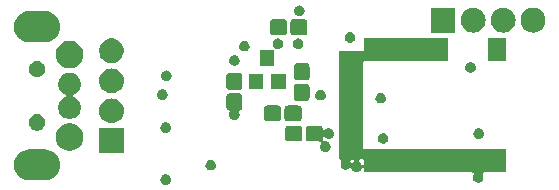
<source format=gts>
G04 #@! TF.GenerationSoftware,KiCad,Pcbnew,(5.0.1)-3*
G04 #@! TF.CreationDate,2018-12-01T20:49:26+09:00*
G04 #@! TF.ProjectId,comet46,636F6D657434362E6B696361645F7063,rev?*
G04 #@! TF.SameCoordinates,PX2faf080PY2faf080*
G04 #@! TF.FileFunction,Soldermask,Top*
G04 #@! TF.FilePolarity,Negative*
%FSLAX46Y46*%
G04 Gerber Fmt 4.6, Leading zero omitted, Abs format (unit mm)*
G04 Created by KiCad (PCBNEW (5.0.1)-3) date 2018/12/01 20:49:26*
%MOMM*%
%LPD*%
G01*
G04 APERTURE LIST*
%ADD10C,0.100000*%
G04 APERTURE END LIST*
D10*
G36*
X14131260Y-14667293D02*
X14213155Y-14701215D01*
X14286861Y-14750464D01*
X14349536Y-14813139D01*
X14398785Y-14886845D01*
X14432707Y-14968740D01*
X14450000Y-15055678D01*
X14450000Y-15144322D01*
X14432707Y-15231260D01*
X14398785Y-15313155D01*
X14349536Y-15386861D01*
X14286861Y-15449536D01*
X14213155Y-15498785D01*
X14131260Y-15532707D01*
X14044322Y-15550000D01*
X13955678Y-15550000D01*
X13868740Y-15532707D01*
X13786845Y-15498785D01*
X13713139Y-15449536D01*
X13650464Y-15386861D01*
X13601215Y-15313155D01*
X13567293Y-15231260D01*
X13550000Y-15144322D01*
X13550000Y-15055678D01*
X13567293Y-14968740D01*
X13601215Y-14886845D01*
X13650464Y-14813139D01*
X13713139Y-14750464D01*
X13786845Y-14701215D01*
X13868740Y-14667293D01*
X13955678Y-14650000D01*
X14044322Y-14650000D01*
X14131260Y-14667293D01*
X14131260Y-14667293D01*
G37*
G36*
X37900000Y-5100000D02*
X30825000Y-5100000D01*
X30800614Y-5102402D01*
X30777165Y-5109515D01*
X30755554Y-5121066D01*
X30736612Y-5136612D01*
X30721066Y-5155554D01*
X30709515Y-5177165D01*
X30702402Y-5200614D01*
X30700000Y-5225000D01*
X30700000Y-12375000D01*
X30702402Y-12399386D01*
X30709515Y-12422835D01*
X30721066Y-12444446D01*
X30736612Y-12463388D01*
X30755554Y-12478934D01*
X30777165Y-12490485D01*
X30800614Y-12497598D01*
X30825000Y-12500000D01*
X42800000Y-12500000D01*
X42800000Y-14500000D01*
X40957797Y-14500000D01*
X40933411Y-14502402D01*
X40909962Y-14509515D01*
X40888351Y-14521066D01*
X40869409Y-14536612D01*
X40853863Y-14555554D01*
X40842312Y-14577165D01*
X40835199Y-14600614D01*
X40832797Y-14625000D01*
X40835199Y-14649386D01*
X40842312Y-14672835D01*
X40845286Y-14678398D01*
X40882707Y-14768740D01*
X40900000Y-14855678D01*
X40900000Y-14944322D01*
X40882707Y-15031260D01*
X40848785Y-15113155D01*
X40799536Y-15186861D01*
X40736861Y-15249536D01*
X40663155Y-15298785D01*
X40581260Y-15332707D01*
X40494322Y-15350000D01*
X40405678Y-15350000D01*
X40318740Y-15332707D01*
X40236845Y-15298785D01*
X40163139Y-15249536D01*
X40100464Y-15186861D01*
X40051215Y-15113155D01*
X40017293Y-15031260D01*
X40000000Y-14944322D01*
X40000000Y-14855678D01*
X40017293Y-14768740D01*
X40054709Y-14678410D01*
X40057684Y-14672846D01*
X40064799Y-14649398D01*
X40067203Y-14625011D01*
X40064803Y-14600625D01*
X40057692Y-14577175D01*
X40046143Y-14555563D01*
X40030599Y-14536620D01*
X40011659Y-14521073D01*
X39990049Y-14509519D01*
X39966601Y-14502404D01*
X39942203Y-14500000D01*
X30800000Y-14500000D01*
X30800000Y-14235085D01*
X30797598Y-14210699D01*
X30790485Y-14187250D01*
X30778934Y-14165639D01*
X30763388Y-14146697D01*
X30744446Y-14131151D01*
X30722835Y-14119600D01*
X30699386Y-14112487D01*
X30675000Y-14110085D01*
X30650614Y-14112487D01*
X30627165Y-14119600D01*
X30605554Y-14131151D01*
X30586612Y-14146697D01*
X30571066Y-14165639D01*
X30559516Y-14187247D01*
X30548785Y-14213155D01*
X30508273Y-14273785D01*
X30499536Y-14286861D01*
X30436861Y-14349536D01*
X30363155Y-14398785D01*
X30281260Y-14432707D01*
X30194322Y-14450000D01*
X30105678Y-14450000D01*
X30018740Y-14432707D01*
X29936845Y-14398785D01*
X29863139Y-14349536D01*
X29800464Y-14286861D01*
X29751217Y-14213158D01*
X29751216Y-14213156D01*
X29751215Y-14213155D01*
X29741383Y-14189417D01*
X29729837Y-14167816D01*
X29714292Y-14148874D01*
X29695350Y-14133328D01*
X29673739Y-14121777D01*
X29650290Y-14114663D01*
X29625904Y-14112261D01*
X29601517Y-14114663D01*
X29578068Y-14121775D01*
X29556457Y-14133326D01*
X29537514Y-14148873D01*
X29536861Y-14149526D01*
X29463155Y-14198775D01*
X29381260Y-14232697D01*
X29294322Y-14249990D01*
X29205678Y-14249990D01*
X29118740Y-14232697D01*
X29036845Y-14198775D01*
X28963139Y-14149526D01*
X28900464Y-14086851D01*
X28851215Y-14013145D01*
X28817293Y-13931250D01*
X28800000Y-13844312D01*
X28800000Y-13755668D01*
X28817293Y-13668730D01*
X28854717Y-13578380D01*
X28857681Y-13572836D01*
X28864794Y-13549387D01*
X28867196Y-13525001D01*
X28867196Y-13525000D01*
X29632804Y-13525000D01*
X29635206Y-13549386D01*
X29642319Y-13572835D01*
X29645278Y-13578371D01*
X29648782Y-13586830D01*
X29648785Y-13586835D01*
X29658617Y-13610573D01*
X29670163Y-13632174D01*
X29685708Y-13651116D01*
X29704650Y-13666662D01*
X29726261Y-13678213D01*
X29749710Y-13685327D01*
X29774096Y-13687729D01*
X29798483Y-13685327D01*
X29821932Y-13678215D01*
X29843543Y-13666664D01*
X29862486Y-13651117D01*
X29863139Y-13650464D01*
X29895361Y-13628934D01*
X29914303Y-13613389D01*
X29929848Y-13594447D01*
X29941400Y-13572836D01*
X29948513Y-13549387D01*
X29950915Y-13525000D01*
X30349085Y-13525000D01*
X30351487Y-13549386D01*
X30358600Y-13572835D01*
X30370151Y-13594446D01*
X30385697Y-13613388D01*
X30404639Y-13628934D01*
X30436861Y-13650464D01*
X30499536Y-13713139D01*
X30499538Y-13713142D01*
X30548785Y-13786845D01*
X30549802Y-13789301D01*
X30559515Y-13812751D01*
X30571066Y-13834362D01*
X30586612Y-13853304D01*
X30605554Y-13868849D01*
X30627165Y-13880400D01*
X30650614Y-13887513D01*
X30675000Y-13889915D01*
X30699387Y-13887513D01*
X30722836Y-13880400D01*
X30744447Y-13868849D01*
X30763389Y-13853303D01*
X30778934Y-13834361D01*
X30790485Y-13812750D01*
X30797598Y-13789301D01*
X30800000Y-13764915D01*
X30800000Y-13525000D01*
X30797598Y-13500614D01*
X30790485Y-13477165D01*
X30778934Y-13455554D01*
X30763388Y-13436612D01*
X30744446Y-13421066D01*
X30722835Y-13409515D01*
X30699386Y-13402402D01*
X30675000Y-13400000D01*
X30474085Y-13400000D01*
X30449699Y-13402402D01*
X30426250Y-13409515D01*
X30404639Y-13421066D01*
X30385697Y-13436612D01*
X30370151Y-13455554D01*
X30358600Y-13477165D01*
X30351487Y-13500614D01*
X30349085Y-13525000D01*
X29950915Y-13525000D01*
X29948513Y-13500614D01*
X29941400Y-13477165D01*
X29929849Y-13455554D01*
X29914304Y-13436612D01*
X29895362Y-13421067D01*
X29873751Y-13409515D01*
X29850302Y-13402402D01*
X29825915Y-13400000D01*
X29757804Y-13400000D01*
X29733418Y-13402402D01*
X29709969Y-13409515D01*
X29688358Y-13421066D01*
X29669416Y-13436612D01*
X29653870Y-13455554D01*
X29642319Y-13477165D01*
X29635206Y-13500614D01*
X29632804Y-13525000D01*
X28867196Y-13525000D01*
X28864794Y-13500615D01*
X28857681Y-13477166D01*
X28846130Y-13455555D01*
X28830585Y-13436612D01*
X28811643Y-13421067D01*
X28790032Y-13409515D01*
X28766583Y-13402402D01*
X28742196Y-13400000D01*
X28700000Y-13400000D01*
X28700000Y-4200000D01*
X30675000Y-4200000D01*
X30699386Y-4197598D01*
X30722835Y-4190485D01*
X30744446Y-4178934D01*
X30763388Y-4163388D01*
X30778934Y-4144446D01*
X30790485Y-4122835D01*
X30797598Y-4099386D01*
X30800000Y-4075000D01*
X30800000Y-3100000D01*
X37900000Y-3100000D01*
X37900000Y-5100000D01*
X37900000Y-5100000D01*
G37*
G36*
X4004845Y-12568810D02*
X4249896Y-12643145D01*
X4475736Y-12763860D01*
X4673687Y-12926313D01*
X4836140Y-13124264D01*
X4956855Y-13350104D01*
X5031190Y-13595155D01*
X5056290Y-13850000D01*
X5031190Y-14104845D01*
X4956855Y-14349896D01*
X4836140Y-14575736D01*
X4673687Y-14773687D01*
X4475736Y-14936140D01*
X4249896Y-15056855D01*
X4004845Y-15131190D01*
X3813864Y-15150000D01*
X2386136Y-15150000D01*
X2195155Y-15131190D01*
X1950104Y-15056855D01*
X1724264Y-14936140D01*
X1526313Y-14773687D01*
X1363860Y-14575736D01*
X1243145Y-14349896D01*
X1168810Y-14104845D01*
X1143710Y-13850000D01*
X1168810Y-13595155D01*
X1243145Y-13350104D01*
X1363860Y-13124264D01*
X1526313Y-12926313D01*
X1724264Y-12763860D01*
X1950104Y-12643145D01*
X2195155Y-12568810D01*
X2386136Y-12550000D01*
X3813864Y-12550000D01*
X4004845Y-12568810D01*
X4004845Y-12568810D01*
G37*
G36*
X17931260Y-13442293D02*
X18013155Y-13476215D01*
X18086861Y-13525464D01*
X18149536Y-13588139D01*
X18198785Y-13661845D01*
X18232707Y-13743740D01*
X18250000Y-13830678D01*
X18250000Y-13919322D01*
X18232707Y-14006260D01*
X18198785Y-14088155D01*
X18149536Y-14161861D01*
X18086861Y-14224536D01*
X18013155Y-14273785D01*
X17931260Y-14307707D01*
X17844322Y-14325000D01*
X17755678Y-14325000D01*
X17668740Y-14307707D01*
X17586845Y-14273785D01*
X17513139Y-14224536D01*
X17450464Y-14161861D01*
X17401215Y-14088155D01*
X17367293Y-14006260D01*
X17350000Y-13919322D01*
X17350000Y-13830678D01*
X17367293Y-13743740D01*
X17401215Y-13661845D01*
X17450464Y-13588139D01*
X17513139Y-13525464D01*
X17586845Y-13476215D01*
X17668740Y-13442293D01*
X17755678Y-13425000D01*
X17844322Y-13425000D01*
X17931260Y-13442293D01*
X17931260Y-13442293D01*
G37*
G36*
X10450000Y-12870000D02*
X8350000Y-12870000D01*
X8350000Y-10770000D01*
X10450000Y-10770000D01*
X10450000Y-12870000D01*
X10450000Y-12870000D01*
G37*
G36*
X27078530Y-10530877D02*
X27130010Y-10546493D01*
X27177442Y-10571846D01*
X27219027Y-10605973D01*
X27253154Y-10647558D01*
X27278507Y-10694990D01*
X27294123Y-10746470D01*
X27297179Y-10777501D01*
X27301959Y-10801535D01*
X27311336Y-10824174D01*
X27324950Y-10844548D01*
X27342277Y-10861876D01*
X27362652Y-10875490D01*
X27385291Y-10884867D01*
X27409324Y-10889648D01*
X27433828Y-10889648D01*
X27457862Y-10884868D01*
X27480501Y-10875491D01*
X27500875Y-10861877D01*
X27509965Y-10853638D01*
X27513139Y-10850464D01*
X27586845Y-10801215D01*
X27668740Y-10767293D01*
X27755678Y-10750000D01*
X27844322Y-10750000D01*
X27931260Y-10767293D01*
X28013155Y-10801215D01*
X28086861Y-10850464D01*
X28149536Y-10913139D01*
X28198785Y-10986845D01*
X28232707Y-11068740D01*
X28250000Y-11155678D01*
X28250000Y-11244322D01*
X28232707Y-11331260D01*
X28198785Y-11413155D01*
X28149536Y-11486861D01*
X28086861Y-11549536D01*
X28013155Y-11598785D01*
X27931260Y-11632707D01*
X27844322Y-11650000D01*
X27755678Y-11650000D01*
X27751823Y-11649233D01*
X27727437Y-11646830D01*
X27703051Y-11649231D01*
X27679601Y-11656344D01*
X27676088Y-11658221D01*
X27660958Y-11639784D01*
X27642017Y-11624239D01*
X27620404Y-11612686D01*
X27586847Y-11598786D01*
X27586846Y-11598786D01*
X27586845Y-11598785D01*
X27513142Y-11549538D01*
X27513139Y-11549536D01*
X27509965Y-11546362D01*
X27491023Y-11530816D01*
X27469412Y-11519265D01*
X27445963Y-11512152D01*
X27421577Y-11509750D01*
X27397191Y-11512152D01*
X27373742Y-11519265D01*
X27352131Y-11530816D01*
X27333189Y-11546362D01*
X27317643Y-11565304D01*
X27306092Y-11586915D01*
X27298979Y-11610364D01*
X27297179Y-11622499D01*
X27294123Y-11653530D01*
X27280862Y-11697246D01*
X27276082Y-11721279D01*
X27276082Y-11745784D01*
X27280863Y-11769817D01*
X27290240Y-11792456D01*
X27303854Y-11812831D01*
X27321181Y-11830158D01*
X27341556Y-11843771D01*
X27364195Y-11853149D01*
X27388228Y-11857929D01*
X27412733Y-11857929D01*
X27424867Y-11856129D01*
X27455679Y-11850000D01*
X27544322Y-11850000D01*
X27548177Y-11850767D01*
X27572563Y-11853170D01*
X27596949Y-11850769D01*
X27620399Y-11843656D01*
X27623912Y-11841779D01*
X27639042Y-11860216D01*
X27657983Y-11875761D01*
X27679596Y-11887314D01*
X27710222Y-11900000D01*
X27713155Y-11901215D01*
X27757062Y-11930553D01*
X27786861Y-11950464D01*
X27849536Y-12013139D01*
X27898785Y-12086845D01*
X27932707Y-12168740D01*
X27950000Y-12255678D01*
X27950000Y-12344322D01*
X27932707Y-12431260D01*
X27898785Y-12513155D01*
X27849536Y-12586861D01*
X27786861Y-12649536D01*
X27713155Y-12698785D01*
X27631260Y-12732707D01*
X27544322Y-12750000D01*
X27455678Y-12750000D01*
X27368740Y-12732707D01*
X27286845Y-12698785D01*
X27213139Y-12649536D01*
X27150464Y-12586861D01*
X27101215Y-12513155D01*
X27067293Y-12431260D01*
X27050000Y-12344322D01*
X27050000Y-12255678D01*
X27067293Y-12168740D01*
X27101215Y-12086845D01*
X27112841Y-12069446D01*
X27124392Y-12047835D01*
X27131505Y-12024386D01*
X27133907Y-12000000D01*
X27131505Y-11975613D01*
X27124392Y-11952164D01*
X27112840Y-11930553D01*
X27097295Y-11911611D01*
X27078353Y-11896066D01*
X27056742Y-11884515D01*
X27033293Y-11877402D01*
X27008907Y-11875000D01*
X26131140Y-11875000D01*
X26071470Y-11869123D01*
X26019990Y-11853507D01*
X25972558Y-11828154D01*
X25930973Y-11794027D01*
X25896846Y-11752442D01*
X25871493Y-11705010D01*
X25855877Y-11653530D01*
X25850000Y-11593860D01*
X25850000Y-10806140D01*
X25855877Y-10746470D01*
X25871493Y-10694990D01*
X25896846Y-10647558D01*
X25930973Y-10605973D01*
X25972558Y-10571846D01*
X26019990Y-10546493D01*
X26071470Y-10530877D01*
X26131140Y-10525000D01*
X27018860Y-10525000D01*
X27078530Y-10530877D01*
X27078530Y-10530877D01*
G37*
G36*
X6114793Y-10364847D02*
X6189818Y-10379770D01*
X6369464Y-10454182D01*
X6401834Y-10467590D01*
X6592647Y-10595087D01*
X6754913Y-10757353D01*
X6754915Y-10757356D01*
X6882410Y-10948166D01*
X6970230Y-11160182D01*
X6978150Y-11200000D01*
X7015000Y-11385256D01*
X7015000Y-11614744D01*
X7007987Y-11650000D01*
X6970230Y-11839818D01*
X6940492Y-11911611D01*
X6882410Y-12051834D01*
X6754913Y-12242647D01*
X6592647Y-12404913D01*
X6592644Y-12404915D01*
X6401834Y-12532410D01*
X6189818Y-12620230D01*
X6114793Y-12635153D01*
X5964744Y-12665000D01*
X5735256Y-12665000D01*
X5585207Y-12635153D01*
X5510182Y-12620230D01*
X5298166Y-12532410D01*
X5107356Y-12404915D01*
X5107353Y-12404913D01*
X4945087Y-12242647D01*
X4817590Y-12051834D01*
X4759508Y-11911611D01*
X4729770Y-11839818D01*
X4692013Y-11650000D01*
X4685000Y-11614744D01*
X4685000Y-11385256D01*
X4721850Y-11200000D01*
X4729770Y-11160182D01*
X4817590Y-10948166D01*
X4945085Y-10757356D01*
X4945087Y-10757353D01*
X5107353Y-10595087D01*
X5298166Y-10467590D01*
X5330536Y-10454182D01*
X5510182Y-10379770D01*
X5585207Y-10364847D01*
X5735256Y-10335000D01*
X5964744Y-10335000D01*
X6114793Y-10364847D01*
X6114793Y-10364847D01*
G37*
G36*
X32531260Y-11167293D02*
X32613155Y-11201215D01*
X32686861Y-11250464D01*
X32749536Y-11313139D01*
X32798785Y-11386845D01*
X32832707Y-11468740D01*
X32850000Y-11555678D01*
X32850000Y-11644322D01*
X32832707Y-11731260D01*
X32798785Y-11813155D01*
X32749536Y-11886861D01*
X32686861Y-11949536D01*
X32613155Y-11998785D01*
X32531260Y-12032707D01*
X32444322Y-12050000D01*
X32355678Y-12050000D01*
X32268740Y-12032707D01*
X32186845Y-11998785D01*
X32113139Y-11949536D01*
X32050464Y-11886861D01*
X32001215Y-11813155D01*
X31967293Y-11731260D01*
X31950000Y-11644322D01*
X31950000Y-11555678D01*
X31967293Y-11468740D01*
X32001215Y-11386845D01*
X32050464Y-11313139D01*
X32113139Y-11250464D01*
X32186845Y-11201215D01*
X32268740Y-11167293D01*
X32355678Y-11150000D01*
X32444322Y-11150000D01*
X32531260Y-11167293D01*
X32531260Y-11167293D01*
G37*
G36*
X25328530Y-10530877D02*
X25380010Y-10546493D01*
X25427442Y-10571846D01*
X25469027Y-10605973D01*
X25503154Y-10647558D01*
X25528507Y-10694990D01*
X25544123Y-10746470D01*
X25550000Y-10806140D01*
X25550000Y-11593860D01*
X25544123Y-11653530D01*
X25528507Y-11705010D01*
X25503154Y-11752442D01*
X25469027Y-11794027D01*
X25427442Y-11828154D01*
X25380010Y-11853507D01*
X25328530Y-11869123D01*
X25268860Y-11875000D01*
X24381140Y-11875000D01*
X24321470Y-11869123D01*
X24269990Y-11853507D01*
X24222558Y-11828154D01*
X24180973Y-11794027D01*
X24146846Y-11752442D01*
X24121493Y-11705010D01*
X24105877Y-11653530D01*
X24100000Y-11593860D01*
X24100000Y-10806140D01*
X24105877Y-10746470D01*
X24121493Y-10694990D01*
X24146846Y-10647558D01*
X24180973Y-10605973D01*
X24222558Y-10571846D01*
X24269990Y-10546493D01*
X24321470Y-10530877D01*
X24381140Y-10525000D01*
X25268860Y-10525000D01*
X25328530Y-10530877D01*
X25328530Y-10530877D01*
G37*
G36*
X40631260Y-10767293D02*
X40713155Y-10801215D01*
X40786861Y-10850464D01*
X40849536Y-10913139D01*
X40898785Y-10986845D01*
X40932707Y-11068740D01*
X40950000Y-11155678D01*
X40950000Y-11244322D01*
X40932707Y-11331260D01*
X40898785Y-11413155D01*
X40849536Y-11486861D01*
X40786861Y-11549536D01*
X40713155Y-11598785D01*
X40631260Y-11632707D01*
X40544322Y-11650000D01*
X40455678Y-11650000D01*
X40368740Y-11632707D01*
X40286845Y-11598785D01*
X40213139Y-11549536D01*
X40150464Y-11486861D01*
X40101215Y-11413155D01*
X40067293Y-11331260D01*
X40050000Y-11244322D01*
X40050000Y-11155678D01*
X40067293Y-11068740D01*
X40101215Y-10986845D01*
X40150464Y-10913139D01*
X40213139Y-10850464D01*
X40286845Y-10801215D01*
X40368740Y-10767293D01*
X40455678Y-10750000D01*
X40544322Y-10750000D01*
X40631260Y-10767293D01*
X40631260Y-10767293D01*
G37*
G36*
X14131260Y-10267293D02*
X14213155Y-10301215D01*
X14286861Y-10350464D01*
X14349536Y-10413139D01*
X14398785Y-10486845D01*
X14432707Y-10568740D01*
X14450000Y-10655678D01*
X14450000Y-10744322D01*
X14432707Y-10831260D01*
X14398785Y-10913155D01*
X14349536Y-10986861D01*
X14286861Y-11049536D01*
X14213155Y-11098785D01*
X14131260Y-11132707D01*
X14044322Y-11150000D01*
X13955678Y-11150000D01*
X13868740Y-11132707D01*
X13786845Y-11098785D01*
X13713139Y-11049536D01*
X13650464Y-10986861D01*
X13601215Y-10913155D01*
X13567293Y-10831260D01*
X13550000Y-10744322D01*
X13550000Y-10655678D01*
X13567293Y-10568740D01*
X13601215Y-10486845D01*
X13650464Y-10413139D01*
X13713139Y-10350464D01*
X13786845Y-10301215D01*
X13868740Y-10267293D01*
X13955678Y-10250000D01*
X14044322Y-10250000D01*
X14131260Y-10267293D01*
X14131260Y-10267293D01*
G37*
G36*
X3304183Y-9576900D02*
X3431574Y-9629668D01*
X3546224Y-9706274D01*
X3643726Y-9803776D01*
X3685417Y-9866172D01*
X3720332Y-9918426D01*
X3773100Y-10045817D01*
X3800000Y-10181055D01*
X3800000Y-10318945D01*
X3773100Y-10454183D01*
X3720332Y-10581574D01*
X3643726Y-10696224D01*
X3546224Y-10793726D01*
X3431574Y-10870332D01*
X3304183Y-10923100D01*
X3168945Y-10950000D01*
X3031055Y-10950000D01*
X2895817Y-10923100D01*
X2768426Y-10870332D01*
X2653776Y-10793726D01*
X2556274Y-10696224D01*
X2479668Y-10581574D01*
X2426900Y-10454183D01*
X2400000Y-10318945D01*
X2400000Y-10181055D01*
X2426900Y-10045817D01*
X2479668Y-9918426D01*
X2514583Y-9866172D01*
X2556274Y-9803776D01*
X2653776Y-9706274D01*
X2768426Y-9629668D01*
X2895817Y-9576900D01*
X3031055Y-9550000D01*
X3168945Y-9550000D01*
X3304183Y-9576900D01*
X3304183Y-9576900D01*
G37*
G36*
X9521209Y-8236858D02*
X9605836Y-8245193D01*
X9737787Y-8285220D01*
X9803763Y-8305233D01*
X9986172Y-8402733D01*
X10146054Y-8533946D01*
X10277267Y-8693828D01*
X10374767Y-8876237D01*
X10383787Y-8905973D01*
X10434807Y-9074164D01*
X10455080Y-9280000D01*
X10434807Y-9485836D01*
X10413620Y-9555679D01*
X10374767Y-9683763D01*
X10277267Y-9866172D01*
X10146054Y-10026054D01*
X9986172Y-10157267D01*
X9803763Y-10254767D01*
X9762466Y-10267294D01*
X9605836Y-10314807D01*
X9528707Y-10322404D01*
X9451580Y-10330000D01*
X9348420Y-10330000D01*
X9271293Y-10322404D01*
X9194164Y-10314807D01*
X9037534Y-10267294D01*
X8996237Y-10254767D01*
X8813828Y-10157267D01*
X8653946Y-10026054D01*
X8522733Y-9866172D01*
X8425233Y-9683763D01*
X8386380Y-9555679D01*
X8365193Y-9485836D01*
X8344920Y-9280000D01*
X8365193Y-9074164D01*
X8416213Y-8905973D01*
X8425233Y-8876237D01*
X8522733Y-8693828D01*
X8653946Y-8533946D01*
X8813828Y-8402733D01*
X8996237Y-8305233D01*
X9062213Y-8285220D01*
X9194164Y-8245193D01*
X9278791Y-8236858D01*
X9348420Y-8230000D01*
X9451580Y-8230000D01*
X9521209Y-8236858D01*
X9521209Y-8236858D01*
G37*
G36*
X25278530Y-8830877D02*
X25330010Y-8846493D01*
X25377442Y-8871846D01*
X25419027Y-8905973D01*
X25453154Y-8947558D01*
X25478507Y-8994990D01*
X25494123Y-9046470D01*
X25500000Y-9106140D01*
X25500000Y-9893860D01*
X25494123Y-9953530D01*
X25478507Y-10005010D01*
X25453154Y-10052442D01*
X25419027Y-10094027D01*
X25377442Y-10128154D01*
X25330010Y-10153507D01*
X25278530Y-10169123D01*
X25218860Y-10175000D01*
X24331140Y-10175000D01*
X24271470Y-10169123D01*
X24219990Y-10153507D01*
X24172558Y-10128154D01*
X24130973Y-10094027D01*
X24096846Y-10052442D01*
X24071493Y-10005010D01*
X24055877Y-9953530D01*
X24050000Y-9893860D01*
X24050000Y-9106140D01*
X24055877Y-9046470D01*
X24071493Y-8994990D01*
X24096846Y-8947558D01*
X24130973Y-8905973D01*
X24172558Y-8871846D01*
X24219990Y-8846493D01*
X24271470Y-8830877D01*
X24331140Y-8825000D01*
X25218860Y-8825000D01*
X25278530Y-8830877D01*
X25278530Y-8830877D01*
G37*
G36*
X23528530Y-8830877D02*
X23580010Y-8846493D01*
X23627442Y-8871846D01*
X23669027Y-8905973D01*
X23703154Y-8947558D01*
X23728507Y-8994990D01*
X23744123Y-9046470D01*
X23750000Y-9106140D01*
X23750000Y-9893860D01*
X23744123Y-9953530D01*
X23728507Y-10005010D01*
X23703154Y-10052442D01*
X23669027Y-10094027D01*
X23627442Y-10128154D01*
X23580010Y-10153507D01*
X23528530Y-10169123D01*
X23468860Y-10175000D01*
X22581140Y-10175000D01*
X22521470Y-10169123D01*
X22469990Y-10153507D01*
X22422558Y-10128154D01*
X22380973Y-10094027D01*
X22346846Y-10052442D01*
X22321493Y-10005010D01*
X22305877Y-9953530D01*
X22300000Y-9893860D01*
X22300000Y-9106140D01*
X22305877Y-9046470D01*
X22321493Y-8994990D01*
X22346846Y-8947558D01*
X22380973Y-8905973D01*
X22422558Y-8871846D01*
X22469990Y-8846493D01*
X22521470Y-8830877D01*
X22581140Y-8825000D01*
X23468860Y-8825000D01*
X23528530Y-8830877D01*
X23528530Y-8830877D01*
G37*
G36*
X20253530Y-7805877D02*
X20305010Y-7821493D01*
X20352442Y-7846846D01*
X20394027Y-7880973D01*
X20428154Y-7922558D01*
X20453507Y-7969990D01*
X20469123Y-8021470D01*
X20475000Y-8081140D01*
X20475000Y-8968860D01*
X20469123Y-9028530D01*
X20453507Y-9080010D01*
X20428154Y-9127442D01*
X20394027Y-9169027D01*
X20352442Y-9203154D01*
X20305009Y-9228507D01*
X20284356Y-9234772D01*
X20261717Y-9244149D01*
X20241342Y-9257763D01*
X20224015Y-9275090D01*
X20210401Y-9295464D01*
X20201023Y-9318103D01*
X20196242Y-9342136D01*
X20196242Y-9366641D01*
X20201022Y-9390674D01*
X20205150Y-9402211D01*
X20227884Y-9457099D01*
X20232707Y-9468742D01*
X20250000Y-9555678D01*
X20250000Y-9644322D01*
X20232707Y-9731260D01*
X20198785Y-9813155D01*
X20149536Y-9886861D01*
X20086861Y-9949536D01*
X20013155Y-9998785D01*
X19931260Y-10032707D01*
X19844322Y-10050000D01*
X19755678Y-10050000D01*
X19668740Y-10032707D01*
X19586845Y-9998785D01*
X19513139Y-9949536D01*
X19450464Y-9886861D01*
X19401215Y-9813155D01*
X19367293Y-9731260D01*
X19350000Y-9644322D01*
X19350000Y-9555678D01*
X19367293Y-9468742D01*
X19372116Y-9457099D01*
X19394847Y-9402219D01*
X19401958Y-9378777D01*
X19404360Y-9354390D01*
X19401958Y-9330004D01*
X19394845Y-9306555D01*
X19383294Y-9284944D01*
X19367749Y-9266002D01*
X19348807Y-9250457D01*
X19327196Y-9238905D01*
X19315644Y-9234772D01*
X19294991Y-9228507D01*
X19247558Y-9203154D01*
X19205973Y-9169027D01*
X19171846Y-9127442D01*
X19146493Y-9080010D01*
X19130877Y-9028530D01*
X19125000Y-8968860D01*
X19125000Y-8081140D01*
X19130877Y-8021470D01*
X19146493Y-7969990D01*
X19171846Y-7922558D01*
X19205973Y-7880973D01*
X19247558Y-7846846D01*
X19294990Y-7821493D01*
X19346470Y-7805877D01*
X19406140Y-7800000D01*
X20193860Y-7800000D01*
X20253530Y-7805877D01*
X20253530Y-7805877D01*
G37*
G36*
X6131477Y-6072084D02*
X6131479Y-6072085D01*
X6131480Y-6072085D01*
X6307099Y-6144828D01*
X6465152Y-6250436D01*
X6599564Y-6384848D01*
X6705172Y-6542901D01*
X6770244Y-6700000D01*
X6777916Y-6718523D01*
X6815000Y-6904954D01*
X6815000Y-7095046D01*
X6804070Y-7149995D01*
X6777915Y-7281480D01*
X6705172Y-7457099D01*
X6599564Y-7615152D01*
X6465152Y-7749564D01*
X6307099Y-7855172D01*
X6244809Y-7880973D01*
X6236258Y-7884515D01*
X6214647Y-7896066D01*
X6195705Y-7911612D01*
X6180159Y-7930554D01*
X6168608Y-7952165D01*
X6161495Y-7975614D01*
X6159093Y-8000000D01*
X6161495Y-8024386D01*
X6168608Y-8047835D01*
X6180159Y-8069446D01*
X6195705Y-8088388D01*
X6214647Y-8103934D01*
X6236258Y-8115485D01*
X6307099Y-8144828D01*
X6465152Y-8250436D01*
X6599564Y-8384848D01*
X6705172Y-8542901D01*
X6777915Y-8718520D01*
X6777916Y-8718523D01*
X6815000Y-8904954D01*
X6815000Y-9095046D01*
X6778210Y-9280000D01*
X6777915Y-9281480D01*
X6705172Y-9457099D01*
X6599564Y-9615152D01*
X6465152Y-9749564D01*
X6307099Y-9855172D01*
X6131480Y-9927915D01*
X6131479Y-9927915D01*
X6131477Y-9927916D01*
X5945046Y-9965000D01*
X5754954Y-9965000D01*
X5568523Y-9927916D01*
X5568521Y-9927915D01*
X5568520Y-9927915D01*
X5392901Y-9855172D01*
X5234848Y-9749564D01*
X5100436Y-9615152D01*
X4994828Y-9457099D01*
X4922085Y-9281480D01*
X4921791Y-9280000D01*
X4885000Y-9095046D01*
X4885000Y-8904954D01*
X4922084Y-8718523D01*
X4922085Y-8718520D01*
X4994828Y-8542901D01*
X5100436Y-8384848D01*
X5234848Y-8250436D01*
X5392901Y-8144828D01*
X5463742Y-8115485D01*
X5485353Y-8103934D01*
X5504295Y-8088388D01*
X5519841Y-8069446D01*
X5531392Y-8047835D01*
X5538505Y-8024386D01*
X5540907Y-8000000D01*
X5538505Y-7975614D01*
X5531392Y-7952165D01*
X5519841Y-7930554D01*
X5504295Y-7911612D01*
X5485353Y-7896066D01*
X5463742Y-7884515D01*
X5455191Y-7880973D01*
X5392901Y-7855172D01*
X5234848Y-7749564D01*
X5100436Y-7615152D01*
X4994828Y-7457099D01*
X4922085Y-7281480D01*
X4895931Y-7149995D01*
X4885000Y-7095046D01*
X4885000Y-6904954D01*
X4922084Y-6718523D01*
X4929756Y-6700000D01*
X4994828Y-6542901D01*
X5100436Y-6384848D01*
X5234848Y-6250436D01*
X5392901Y-6144828D01*
X5568520Y-6072085D01*
X5568521Y-6072085D01*
X5568523Y-6072084D01*
X5754954Y-6035000D01*
X5945046Y-6035000D01*
X6131477Y-6072084D01*
X6131477Y-6072084D01*
G37*
G36*
X32331260Y-7767293D02*
X32413155Y-7801215D01*
X32486861Y-7850464D01*
X32549536Y-7913139D01*
X32598785Y-7986845D01*
X32632707Y-8068740D01*
X32650000Y-8155678D01*
X32650000Y-8244322D01*
X32632707Y-8331260D01*
X32598785Y-8413155D01*
X32549536Y-8486861D01*
X32486861Y-8549536D01*
X32413155Y-8598785D01*
X32331260Y-8632707D01*
X32244322Y-8650000D01*
X32155678Y-8650000D01*
X32068740Y-8632707D01*
X31986845Y-8598785D01*
X31913139Y-8549536D01*
X31850464Y-8486861D01*
X31801215Y-8413155D01*
X31767293Y-8331260D01*
X31750000Y-8244322D01*
X31750000Y-8155678D01*
X31767293Y-8068740D01*
X31801215Y-7986845D01*
X31850464Y-7913139D01*
X31913139Y-7850464D01*
X31986845Y-7801215D01*
X32068740Y-7767293D01*
X32155678Y-7750000D01*
X32244322Y-7750000D01*
X32331260Y-7767293D01*
X32331260Y-7767293D01*
G37*
G36*
X25953530Y-7005877D02*
X26005010Y-7021493D01*
X26052442Y-7046846D01*
X26094027Y-7080973D01*
X26128154Y-7122558D01*
X26153507Y-7169990D01*
X26169123Y-7221470D01*
X26175000Y-7281140D01*
X26175000Y-8168860D01*
X26169123Y-8228530D01*
X26153507Y-8280010D01*
X26128154Y-8327442D01*
X26094027Y-8369027D01*
X26052442Y-8403154D01*
X26005010Y-8428507D01*
X25953530Y-8444123D01*
X25893860Y-8450000D01*
X25106140Y-8450000D01*
X25046470Y-8444123D01*
X24994990Y-8428507D01*
X24947558Y-8403154D01*
X24905973Y-8369027D01*
X24871846Y-8327442D01*
X24846493Y-8280010D01*
X24830877Y-8228530D01*
X24825000Y-8168860D01*
X24825000Y-7281140D01*
X24830877Y-7221470D01*
X24846493Y-7169990D01*
X24871846Y-7122558D01*
X24905973Y-7080973D01*
X24947558Y-7046846D01*
X24994990Y-7021493D01*
X25046470Y-7005877D01*
X25106140Y-7000000D01*
X25893860Y-7000000D01*
X25953530Y-7005877D01*
X25953530Y-7005877D01*
G37*
G36*
X27231260Y-7517293D02*
X27313155Y-7551215D01*
X27386861Y-7600464D01*
X27449536Y-7663139D01*
X27498785Y-7736845D01*
X27532707Y-7818740D01*
X27550000Y-7905678D01*
X27550000Y-7994322D01*
X27532707Y-8081260D01*
X27498785Y-8163155D01*
X27449536Y-8236861D01*
X27386861Y-8299536D01*
X27313155Y-8348785D01*
X27231260Y-8382707D01*
X27144322Y-8400000D01*
X27055678Y-8400000D01*
X26968740Y-8382707D01*
X26886845Y-8348785D01*
X26813139Y-8299536D01*
X26750464Y-8236861D01*
X26701215Y-8163155D01*
X26667293Y-8081260D01*
X26650000Y-7994322D01*
X26650000Y-7905678D01*
X26667293Y-7818740D01*
X26701215Y-7736845D01*
X26750464Y-7663139D01*
X26813139Y-7600464D01*
X26886845Y-7551215D01*
X26968740Y-7517293D01*
X27055678Y-7500000D01*
X27144322Y-7500000D01*
X27231260Y-7517293D01*
X27231260Y-7517293D01*
G37*
G36*
X13831260Y-7467293D02*
X13913155Y-7501215D01*
X13986861Y-7550464D01*
X14049536Y-7613139D01*
X14098785Y-7686845D01*
X14132707Y-7768740D01*
X14150000Y-7855678D01*
X14150000Y-7944322D01*
X14132707Y-8031260D01*
X14098785Y-8113155D01*
X14049536Y-8186861D01*
X13986861Y-8249536D01*
X13913155Y-8298785D01*
X13831260Y-8332707D01*
X13744322Y-8350000D01*
X13655678Y-8350000D01*
X13568740Y-8332707D01*
X13486845Y-8298785D01*
X13413139Y-8249536D01*
X13350464Y-8186861D01*
X13301215Y-8113155D01*
X13267293Y-8031260D01*
X13250000Y-7944322D01*
X13250000Y-7855678D01*
X13267293Y-7768740D01*
X13301215Y-7686845D01*
X13350464Y-7613139D01*
X13413139Y-7550464D01*
X13486845Y-7501215D01*
X13568740Y-7467293D01*
X13655678Y-7450000D01*
X13744322Y-7450000D01*
X13831260Y-7467293D01*
X13831260Y-7467293D01*
G37*
G36*
X9528707Y-5697596D02*
X9605836Y-5705193D01*
X9737787Y-5745220D01*
X9803763Y-5765233D01*
X9986172Y-5862733D01*
X10146054Y-5993946D01*
X10277267Y-6153828D01*
X10374767Y-6336237D01*
X10385109Y-6370332D01*
X10434807Y-6534164D01*
X10455080Y-6740000D01*
X10434807Y-6945836D01*
X10394780Y-7077787D01*
X10374767Y-7143763D01*
X10277267Y-7326172D01*
X10146054Y-7486054D01*
X9986172Y-7617267D01*
X9803763Y-7714767D01*
X9737787Y-7734780D01*
X9605836Y-7774807D01*
X9528707Y-7782404D01*
X9451580Y-7790000D01*
X9348420Y-7790000D01*
X9271293Y-7782404D01*
X9194164Y-7774807D01*
X9062213Y-7734780D01*
X8996237Y-7714767D01*
X8813828Y-7617267D01*
X8653946Y-7486054D01*
X8522733Y-7326172D01*
X8425233Y-7143763D01*
X8405220Y-7077787D01*
X8365193Y-6945836D01*
X8344920Y-6740000D01*
X8365193Y-6534164D01*
X8414891Y-6370332D01*
X8425233Y-6336237D01*
X8522733Y-6153828D01*
X8653946Y-5993946D01*
X8813828Y-5862733D01*
X8996237Y-5765233D01*
X9062213Y-5745220D01*
X9194164Y-5705193D01*
X9271293Y-5697596D01*
X9348420Y-5690000D01*
X9451580Y-5690000D01*
X9528707Y-5697596D01*
X9528707Y-5697596D01*
G37*
G36*
X20253530Y-6055877D02*
X20305010Y-6071493D01*
X20352442Y-6096846D01*
X20394027Y-6130973D01*
X20428154Y-6172558D01*
X20453507Y-6219990D01*
X20469123Y-6271470D01*
X20475000Y-6331140D01*
X20475000Y-7218860D01*
X20469123Y-7278530D01*
X20453507Y-7330010D01*
X20428154Y-7377442D01*
X20394027Y-7419027D01*
X20352442Y-7453154D01*
X20305010Y-7478507D01*
X20253530Y-7494123D01*
X20193860Y-7500000D01*
X19406140Y-7500000D01*
X19346470Y-7494123D01*
X19294990Y-7478507D01*
X19247558Y-7453154D01*
X19205973Y-7419027D01*
X19171846Y-7377442D01*
X19146493Y-7330010D01*
X19130877Y-7278530D01*
X19125000Y-7218860D01*
X19125000Y-6331140D01*
X19130877Y-6271470D01*
X19146493Y-6219990D01*
X19171846Y-6172558D01*
X19205973Y-6130973D01*
X19247558Y-6096846D01*
X19294990Y-6071493D01*
X19346470Y-6055877D01*
X19406140Y-6050000D01*
X20193860Y-6050000D01*
X20253530Y-6055877D01*
X20253530Y-6055877D01*
G37*
G36*
X24150000Y-7450000D02*
X22950000Y-7450000D01*
X22950000Y-6150000D01*
X24150000Y-6150000D01*
X24150000Y-7450000D01*
X24150000Y-7450000D01*
G37*
G36*
X22250000Y-7450000D02*
X21050000Y-7450000D01*
X21050000Y-6150000D01*
X22250000Y-6150000D01*
X22250000Y-7450000D01*
X22250000Y-7450000D01*
G37*
G36*
X14181260Y-5867293D02*
X14263155Y-5901215D01*
X14336861Y-5950464D01*
X14399536Y-6013139D01*
X14448785Y-6086845D01*
X14482707Y-6168740D01*
X14500000Y-6255678D01*
X14500000Y-6344322D01*
X14482707Y-6431260D01*
X14448785Y-6513155D01*
X14399536Y-6586861D01*
X14336861Y-6649536D01*
X14263155Y-6698785D01*
X14181260Y-6732707D01*
X14094322Y-6750000D01*
X14005678Y-6750000D01*
X13918740Y-6732707D01*
X13836845Y-6698785D01*
X13763139Y-6649536D01*
X13700464Y-6586861D01*
X13651215Y-6513155D01*
X13617293Y-6431260D01*
X13600000Y-6344322D01*
X13600000Y-6255678D01*
X13617293Y-6168740D01*
X13651215Y-6086845D01*
X13700464Y-6013139D01*
X13763139Y-5950464D01*
X13836845Y-5901215D01*
X13918740Y-5867293D01*
X14005678Y-5850000D01*
X14094322Y-5850000D01*
X14181260Y-5867293D01*
X14181260Y-5867293D01*
G37*
G36*
X25953530Y-5255877D02*
X26005010Y-5271493D01*
X26052442Y-5296846D01*
X26094027Y-5330973D01*
X26128154Y-5372558D01*
X26153507Y-5419990D01*
X26169123Y-5471470D01*
X26175000Y-5531140D01*
X26175000Y-6418860D01*
X26169123Y-6478530D01*
X26153507Y-6530010D01*
X26128154Y-6577442D01*
X26094027Y-6619027D01*
X26052442Y-6653154D01*
X26005010Y-6678507D01*
X25953530Y-6694123D01*
X25893860Y-6700000D01*
X25106140Y-6700000D01*
X25046470Y-6694123D01*
X24994990Y-6678507D01*
X24947558Y-6653154D01*
X24905973Y-6619027D01*
X24871846Y-6577442D01*
X24846493Y-6530010D01*
X24830877Y-6478530D01*
X24825000Y-6418860D01*
X24825000Y-5531140D01*
X24830877Y-5471470D01*
X24846493Y-5419990D01*
X24871846Y-5372558D01*
X24905973Y-5330973D01*
X24947558Y-5296846D01*
X24994990Y-5271493D01*
X25046470Y-5255877D01*
X25106140Y-5250000D01*
X25893860Y-5250000D01*
X25953530Y-5255877D01*
X25953530Y-5255877D01*
G37*
G36*
X3304183Y-5076900D02*
X3410807Y-5121066D01*
X3431574Y-5129668D01*
X3546224Y-5206274D01*
X3643726Y-5303776D01*
X3674303Y-5349538D01*
X3720332Y-5418426D01*
X3773100Y-5545817D01*
X3800000Y-5681055D01*
X3800000Y-5818945D01*
X3773100Y-5954183D01*
X3722769Y-6075691D01*
X3720332Y-6081574D01*
X3643726Y-6196224D01*
X3546224Y-6293726D01*
X3431574Y-6370332D01*
X3304183Y-6423100D01*
X3168945Y-6450000D01*
X3031055Y-6450000D01*
X2895817Y-6423100D01*
X2768426Y-6370332D01*
X2653776Y-6293726D01*
X2556274Y-6196224D01*
X2479668Y-6081574D01*
X2477231Y-6075691D01*
X2426900Y-5954183D01*
X2400000Y-5818945D01*
X2400000Y-5681055D01*
X2426900Y-5545817D01*
X2479668Y-5418426D01*
X2525697Y-5349538D01*
X2556274Y-5303776D01*
X2653776Y-5206274D01*
X2768426Y-5129668D01*
X2789193Y-5121066D01*
X2895817Y-5076900D01*
X3031055Y-5050000D01*
X3168945Y-5050000D01*
X3304183Y-5076900D01*
X3304183Y-5076900D01*
G37*
G36*
X39931260Y-5167297D02*
X40013155Y-5201219D01*
X40086861Y-5250468D01*
X40149536Y-5313143D01*
X40198785Y-5386849D01*
X40232707Y-5468744D01*
X40250000Y-5555682D01*
X40250000Y-5644326D01*
X40232707Y-5731264D01*
X40198785Y-5813159D01*
X40149536Y-5886865D01*
X40086861Y-5949540D01*
X40013155Y-5998789D01*
X39931260Y-6032711D01*
X39844322Y-6050004D01*
X39755678Y-6050004D01*
X39668740Y-6032711D01*
X39586845Y-5998789D01*
X39513139Y-5949540D01*
X39450464Y-5886865D01*
X39401215Y-5813159D01*
X39367293Y-5731264D01*
X39350000Y-5644326D01*
X39350000Y-5555682D01*
X39367293Y-5468744D01*
X39401215Y-5386849D01*
X39450464Y-5313143D01*
X39513139Y-5250468D01*
X39586845Y-5201219D01*
X39668740Y-5167297D01*
X39755678Y-5150004D01*
X39844322Y-5150004D01*
X39931260Y-5167297D01*
X39931260Y-5167297D01*
G37*
G36*
X6114793Y-3364847D02*
X6189818Y-3379770D01*
X6359368Y-3450000D01*
X6401834Y-3467590D01*
X6592647Y-3595087D01*
X6754913Y-3757353D01*
X6754915Y-3757356D01*
X6882410Y-3948166D01*
X6970230Y-4160182D01*
X7015000Y-4385258D01*
X7015000Y-4614742D01*
X6970230Y-4839818D01*
X6922239Y-4955678D01*
X6882410Y-5051834D01*
X6754913Y-5242647D01*
X6592647Y-5404913D01*
X6592644Y-5404915D01*
X6401834Y-5532410D01*
X6189818Y-5620230D01*
X6114793Y-5635153D01*
X5964744Y-5665000D01*
X5735256Y-5665000D01*
X5585207Y-5635153D01*
X5510182Y-5620230D01*
X5298166Y-5532410D01*
X5107356Y-5404915D01*
X5107353Y-5404913D01*
X4945087Y-5242647D01*
X4817590Y-5051834D01*
X4777761Y-4955678D01*
X4729770Y-4839818D01*
X4685000Y-4614742D01*
X4685000Y-4385258D01*
X4729770Y-4160182D01*
X4817590Y-3948166D01*
X4945085Y-3757356D01*
X4945087Y-3757353D01*
X5107353Y-3595087D01*
X5298166Y-3467590D01*
X5340632Y-3450000D01*
X5510182Y-3379770D01*
X5585207Y-3364847D01*
X5735256Y-3335000D01*
X5964744Y-3335000D01*
X6114793Y-3364847D01*
X6114793Y-3364847D01*
G37*
G36*
X23202402Y-4125503D02*
X23200000Y-4149888D01*
X23200000Y-5450000D01*
X22000000Y-5450000D01*
X22000000Y-4150000D01*
X23111827Y-4150000D01*
X23136213Y-4147598D01*
X23159662Y-4140485D01*
X23181273Y-4128934D01*
X23200215Y-4113388D01*
X23209513Y-4102058D01*
X23202402Y-4125503D01*
X23202402Y-4125503D01*
G37*
G36*
X19931266Y-4567293D02*
X20013161Y-4601215D01*
X20086867Y-4650464D01*
X20149542Y-4713139D01*
X20198791Y-4786845D01*
X20232713Y-4868740D01*
X20250006Y-4955678D01*
X20250006Y-5044322D01*
X20232713Y-5131260D01*
X20198791Y-5213155D01*
X20149542Y-5286861D01*
X20086867Y-5349536D01*
X20013161Y-5398785D01*
X19931266Y-5432707D01*
X19844328Y-5450000D01*
X19755684Y-5450000D01*
X19668746Y-5432707D01*
X19586851Y-5398785D01*
X19513145Y-5349536D01*
X19450470Y-5286861D01*
X19401221Y-5213155D01*
X19367299Y-5131260D01*
X19350006Y-5044322D01*
X19350006Y-4955678D01*
X19367299Y-4868740D01*
X19401221Y-4786845D01*
X19450470Y-4713139D01*
X19513145Y-4650464D01*
X19586851Y-4601215D01*
X19668746Y-4567293D01*
X19755684Y-4550000D01*
X19844328Y-4550000D01*
X19931266Y-4567293D01*
X19931266Y-4567293D01*
G37*
G36*
X9525888Y-3154470D02*
X9706274Y-3190350D01*
X9897362Y-3269502D01*
X10069336Y-3384411D01*
X10215589Y-3530664D01*
X10330498Y-3702638D01*
X10409650Y-3893726D01*
X10445275Y-4072829D01*
X10448066Y-4086858D01*
X10450000Y-4096584D01*
X10450000Y-4303416D01*
X10409650Y-4506274D01*
X10330498Y-4697362D01*
X10215589Y-4869336D01*
X10069336Y-5015589D01*
X9897362Y-5130498D01*
X9706274Y-5209650D01*
X9525888Y-5245530D01*
X9503417Y-5250000D01*
X9296583Y-5250000D01*
X9274112Y-5245530D01*
X9093726Y-5209650D01*
X8902638Y-5130498D01*
X8730664Y-5015589D01*
X8584411Y-4869336D01*
X8469502Y-4697362D01*
X8390350Y-4506274D01*
X8350000Y-4303416D01*
X8350000Y-4096584D01*
X8351935Y-4086858D01*
X8354725Y-4072829D01*
X8390350Y-3893726D01*
X8469502Y-3702638D01*
X8584411Y-3530664D01*
X8730664Y-3384411D01*
X8902638Y-3269502D01*
X9093726Y-3190350D01*
X9274112Y-3154470D01*
X9296583Y-3150000D01*
X9503417Y-3150000D01*
X9525888Y-3154470D01*
X9525888Y-3154470D01*
G37*
G36*
X42800000Y-5100000D02*
X41300000Y-5100000D01*
X41300000Y-3100000D01*
X42800000Y-3100000D01*
X42800000Y-5100000D01*
X42800000Y-5100000D01*
G37*
G36*
X20781260Y-3367293D02*
X20863155Y-3401215D01*
X20936861Y-3450464D01*
X20999536Y-3513139D01*
X21048785Y-3586845D01*
X21082707Y-3668740D01*
X21100000Y-3755678D01*
X21100000Y-3844322D01*
X21082707Y-3931260D01*
X21048785Y-4013155D01*
X20999536Y-4086861D01*
X20936861Y-4149536D01*
X20863155Y-4198785D01*
X20781260Y-4232707D01*
X20694322Y-4250000D01*
X20605678Y-4250000D01*
X20518740Y-4232707D01*
X20436845Y-4198785D01*
X20363139Y-4149536D01*
X20300464Y-4086861D01*
X20251215Y-4013155D01*
X20217293Y-3931260D01*
X20200000Y-3844322D01*
X20200000Y-3755678D01*
X20217293Y-3668740D01*
X20251215Y-3586845D01*
X20300464Y-3513139D01*
X20363139Y-3450464D01*
X20436845Y-3401215D01*
X20518740Y-3367293D01*
X20605678Y-3350000D01*
X20694322Y-3350000D01*
X20781260Y-3367293D01*
X20781260Y-3367293D01*
G37*
G36*
X23631260Y-3167293D02*
X23713155Y-3201215D01*
X23786861Y-3250464D01*
X23849536Y-3313139D01*
X23898785Y-3386845D01*
X23932707Y-3468740D01*
X23950000Y-3555678D01*
X23950000Y-3644322D01*
X23932707Y-3731260D01*
X23898785Y-3813155D01*
X23849536Y-3886861D01*
X23786861Y-3949536D01*
X23713155Y-3998785D01*
X23631260Y-4032707D01*
X23544322Y-4050000D01*
X23455678Y-4050000D01*
X23364390Y-4031841D01*
X23349385Y-4027290D01*
X23324999Y-4024888D01*
X23300613Y-4027290D01*
X23277164Y-4034403D01*
X23255553Y-4045955D01*
X23236611Y-4061500D01*
X23227314Y-4072829D01*
X23234425Y-4049386D01*
X23236827Y-4025000D01*
X23234425Y-4000614D01*
X23227312Y-3977165D01*
X23215761Y-3955554D01*
X23200215Y-3936612D01*
X23150464Y-3886861D01*
X23101215Y-3813155D01*
X23067293Y-3731260D01*
X23050000Y-3644322D01*
X23050000Y-3555678D01*
X23067293Y-3468740D01*
X23101215Y-3386845D01*
X23150464Y-3313139D01*
X23213139Y-3250464D01*
X23286845Y-3201215D01*
X23368740Y-3167293D01*
X23455678Y-3150000D01*
X23544322Y-3150000D01*
X23631260Y-3167293D01*
X23631260Y-3167293D01*
G37*
G36*
X25331374Y-3167293D02*
X25413269Y-3201215D01*
X25486975Y-3250464D01*
X25549650Y-3313139D01*
X25598899Y-3386845D01*
X25632821Y-3468740D01*
X25650114Y-3555678D01*
X25650114Y-3644322D01*
X25632821Y-3731260D01*
X25598899Y-3813155D01*
X25549650Y-3886861D01*
X25486975Y-3949536D01*
X25413269Y-3998785D01*
X25331374Y-4032707D01*
X25244436Y-4050000D01*
X25155792Y-4050000D01*
X25068854Y-4032707D01*
X24986959Y-3998785D01*
X24913253Y-3949536D01*
X24850578Y-3886861D01*
X24801329Y-3813155D01*
X24767407Y-3731260D01*
X24750114Y-3644322D01*
X24750114Y-3555678D01*
X24767407Y-3468740D01*
X24801329Y-3386845D01*
X24850578Y-3313139D01*
X24913253Y-3250464D01*
X24986959Y-3201215D01*
X25068854Y-3167293D01*
X25155792Y-3150000D01*
X25244436Y-3150000D01*
X25331374Y-3167293D01*
X25331374Y-3167293D01*
G37*
G36*
X29731282Y-2617271D02*
X29813177Y-2651193D01*
X29886883Y-2700442D01*
X29949558Y-2763117D01*
X29998807Y-2836823D01*
X30032729Y-2918718D01*
X30050022Y-3005656D01*
X30050022Y-3094300D01*
X30032729Y-3181238D01*
X29998807Y-3263133D01*
X29949558Y-3336839D01*
X29886883Y-3399514D01*
X29813177Y-3448763D01*
X29731282Y-3482685D01*
X29644344Y-3499978D01*
X29555700Y-3499978D01*
X29468762Y-3482685D01*
X29386867Y-3448763D01*
X29313161Y-3399514D01*
X29250486Y-3336839D01*
X29201237Y-3263133D01*
X29167315Y-3181238D01*
X29150022Y-3094300D01*
X29150022Y-3005656D01*
X29167315Y-2918718D01*
X29201237Y-2836823D01*
X29250486Y-2763117D01*
X29313161Y-2700442D01*
X29386867Y-2651193D01*
X29468762Y-2617271D01*
X29555700Y-2599978D01*
X29644344Y-2599978D01*
X29731282Y-2617271D01*
X29731282Y-2617271D01*
G37*
G36*
X4004845Y-868810D02*
X4249896Y-943145D01*
X4475736Y-1063860D01*
X4673687Y-1226313D01*
X4836140Y-1424264D01*
X4956855Y-1650104D01*
X5031190Y-1895155D01*
X5056290Y-2150000D01*
X5031190Y-2404845D01*
X4956855Y-2649896D01*
X4836140Y-2875736D01*
X4673687Y-3073687D01*
X4475736Y-3236140D01*
X4249896Y-3356855D01*
X4004845Y-3431190D01*
X3813864Y-3450000D01*
X2386136Y-3450000D01*
X2195155Y-3431190D01*
X1950104Y-3356855D01*
X1724264Y-3236140D01*
X1526313Y-3073687D01*
X1363860Y-2875736D01*
X1243145Y-2649896D01*
X1168810Y-2404845D01*
X1143710Y-2150000D01*
X1168810Y-1895155D01*
X1243145Y-1650104D01*
X1363860Y-1424264D01*
X1526313Y-1226313D01*
X1724264Y-1063860D01*
X1950104Y-943145D01*
X2195155Y-868810D01*
X2386136Y-850000D01*
X3813864Y-850000D01*
X4004845Y-868810D01*
X4004845Y-868810D01*
G37*
G36*
X25778530Y-1530877D02*
X25830010Y-1546493D01*
X25877442Y-1571846D01*
X25919027Y-1605973D01*
X25953154Y-1647558D01*
X25978507Y-1694990D01*
X25994123Y-1746470D01*
X26000000Y-1806140D01*
X26000000Y-2593860D01*
X25994123Y-2653530D01*
X25978507Y-2705010D01*
X25953154Y-2752442D01*
X25919027Y-2794027D01*
X25877442Y-2828154D01*
X25830010Y-2853507D01*
X25778530Y-2869123D01*
X25718860Y-2875000D01*
X24831140Y-2875000D01*
X24771470Y-2869123D01*
X24719990Y-2853507D01*
X24672558Y-2828154D01*
X24630973Y-2794027D01*
X24596846Y-2752442D01*
X24571493Y-2705010D01*
X24555877Y-2653530D01*
X24550000Y-2593860D01*
X24550000Y-1806140D01*
X24555877Y-1746470D01*
X24571493Y-1694990D01*
X24596846Y-1647558D01*
X24630973Y-1605973D01*
X24672558Y-1571846D01*
X24719990Y-1546493D01*
X24771470Y-1530877D01*
X24831140Y-1525000D01*
X25718860Y-1525000D01*
X25778530Y-1530877D01*
X25778530Y-1530877D01*
G37*
G36*
X24028530Y-1530877D02*
X24080010Y-1546493D01*
X24127442Y-1571846D01*
X24169027Y-1605973D01*
X24203154Y-1647558D01*
X24228507Y-1694990D01*
X24244123Y-1746470D01*
X24250000Y-1806140D01*
X24250000Y-2593860D01*
X24244123Y-2653530D01*
X24228507Y-2705010D01*
X24203154Y-2752442D01*
X24169027Y-2794027D01*
X24127442Y-2828154D01*
X24080010Y-2853507D01*
X24028530Y-2869123D01*
X23968860Y-2875000D01*
X23081140Y-2875000D01*
X23021470Y-2869123D01*
X22969990Y-2853507D01*
X22922558Y-2828154D01*
X22880973Y-2794027D01*
X22846846Y-2752442D01*
X22821493Y-2705010D01*
X22805877Y-2653530D01*
X22800000Y-2593860D01*
X22800000Y-1806140D01*
X22805877Y-1746470D01*
X22821493Y-1694990D01*
X22846846Y-1647558D01*
X22880973Y-1605973D01*
X22922558Y-1571846D01*
X22969990Y-1546493D01*
X23021470Y-1530877D01*
X23081140Y-1525000D01*
X23968860Y-1525000D01*
X24028530Y-1530877D01*
X24028530Y-1530877D01*
G37*
G36*
X45225888Y-554470D02*
X45406274Y-590350D01*
X45597362Y-669502D01*
X45769336Y-784411D01*
X45915589Y-930664D01*
X46030498Y-1102638D01*
X46109650Y-1293726D01*
X46150000Y-1496584D01*
X46150000Y-1703416D01*
X46109650Y-1906274D01*
X46030498Y-2097362D01*
X45915589Y-2269336D01*
X45769336Y-2415589D01*
X45597362Y-2530498D01*
X45406274Y-2609650D01*
X45225888Y-2645530D01*
X45203417Y-2650000D01*
X44996583Y-2650000D01*
X44974112Y-2645530D01*
X44793726Y-2609650D01*
X44602638Y-2530498D01*
X44430664Y-2415589D01*
X44284411Y-2269336D01*
X44169502Y-2097362D01*
X44090350Y-1906274D01*
X44050000Y-1703416D01*
X44050000Y-1496584D01*
X44090350Y-1293726D01*
X44169502Y-1102638D01*
X44284411Y-930664D01*
X44430664Y-784411D01*
X44602638Y-669502D01*
X44793726Y-590350D01*
X44974112Y-554470D01*
X44996583Y-550000D01*
X45203417Y-550000D01*
X45225888Y-554470D01*
X45225888Y-554470D01*
G37*
G36*
X42688707Y-557597D02*
X42765836Y-565193D01*
X42897787Y-605220D01*
X42963763Y-625233D01*
X43146172Y-722733D01*
X43306054Y-853946D01*
X43437267Y-1013828D01*
X43534767Y-1196237D01*
X43554780Y-1262213D01*
X43594807Y-1394164D01*
X43615080Y-1600000D01*
X43594807Y-1805836D01*
X43554780Y-1937787D01*
X43534767Y-2003763D01*
X43437267Y-2186172D01*
X43306054Y-2346054D01*
X43146172Y-2477267D01*
X42963763Y-2574767D01*
X42900821Y-2593860D01*
X42765836Y-2634807D01*
X42688707Y-2642403D01*
X42611580Y-2650000D01*
X42508420Y-2650000D01*
X42431293Y-2642403D01*
X42354164Y-2634807D01*
X42219179Y-2593860D01*
X42156237Y-2574767D01*
X41973828Y-2477267D01*
X41813946Y-2346054D01*
X41682733Y-2186172D01*
X41585233Y-2003763D01*
X41565220Y-1937787D01*
X41525193Y-1805836D01*
X41504920Y-1600000D01*
X41525193Y-1394164D01*
X41565220Y-1262213D01*
X41585233Y-1196237D01*
X41682733Y-1013828D01*
X41813946Y-853946D01*
X41973828Y-722733D01*
X42156237Y-625233D01*
X42222213Y-605220D01*
X42354164Y-565193D01*
X42431293Y-557597D01*
X42508420Y-550000D01*
X42611580Y-550000D01*
X42688707Y-557597D01*
X42688707Y-557597D01*
G37*
G36*
X40148707Y-557597D02*
X40225836Y-565193D01*
X40357787Y-605220D01*
X40423763Y-625233D01*
X40606172Y-722733D01*
X40766054Y-853946D01*
X40897267Y-1013828D01*
X40994767Y-1196237D01*
X41014780Y-1262213D01*
X41054807Y-1394164D01*
X41075080Y-1600000D01*
X41054807Y-1805836D01*
X41014780Y-1937787D01*
X40994767Y-2003763D01*
X40897267Y-2186172D01*
X40766054Y-2346054D01*
X40606172Y-2477267D01*
X40423763Y-2574767D01*
X40360821Y-2593860D01*
X40225836Y-2634807D01*
X40148707Y-2642403D01*
X40071580Y-2650000D01*
X39968420Y-2650000D01*
X39891293Y-2642403D01*
X39814164Y-2634807D01*
X39679179Y-2593860D01*
X39616237Y-2574767D01*
X39433828Y-2477267D01*
X39273946Y-2346054D01*
X39142733Y-2186172D01*
X39045233Y-2003763D01*
X39025220Y-1937787D01*
X38985193Y-1805836D01*
X38964920Y-1600000D01*
X38985193Y-1394164D01*
X39025220Y-1262213D01*
X39045233Y-1196237D01*
X39142733Y-1013828D01*
X39273946Y-853946D01*
X39433828Y-722733D01*
X39616237Y-625233D01*
X39682213Y-605220D01*
X39814164Y-565193D01*
X39891293Y-557597D01*
X39968420Y-550000D01*
X40071580Y-550000D01*
X40148707Y-557597D01*
X40148707Y-557597D01*
G37*
G36*
X38530000Y-2650000D02*
X36430000Y-2650000D01*
X36430000Y-550000D01*
X38530000Y-550000D01*
X38530000Y-2650000D01*
X38530000Y-2650000D01*
G37*
G36*
X25431260Y-367293D02*
X25513155Y-401215D01*
X25586861Y-450464D01*
X25649536Y-513139D01*
X25698785Y-586845D01*
X25732707Y-668740D01*
X25750000Y-755678D01*
X25750000Y-844322D01*
X25732707Y-931260D01*
X25698785Y-1013155D01*
X25649536Y-1086861D01*
X25586861Y-1149536D01*
X25513155Y-1198785D01*
X25431260Y-1232707D01*
X25344322Y-1250000D01*
X25255678Y-1250000D01*
X25168740Y-1232707D01*
X25086845Y-1198785D01*
X25013139Y-1149536D01*
X24950464Y-1086861D01*
X24901215Y-1013155D01*
X24867293Y-931260D01*
X24850000Y-844322D01*
X24850000Y-755678D01*
X24867293Y-668740D01*
X24901215Y-586845D01*
X24950464Y-513139D01*
X25013139Y-450464D01*
X25086845Y-401215D01*
X25168740Y-367293D01*
X25255678Y-350000D01*
X25344322Y-350000D01*
X25431260Y-367293D01*
X25431260Y-367293D01*
G37*
M02*

</source>
